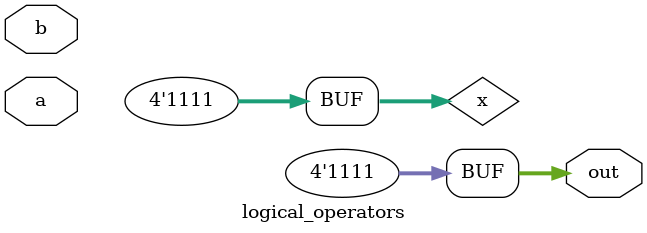
<source format=v>
module logical_operators(
    input a,
    input b,
    output[3:0] out
);

    reg[3:0] x;
    assign out = x;
    always begin
        #1 x = -2'b1;
    end

endmodule


</source>
